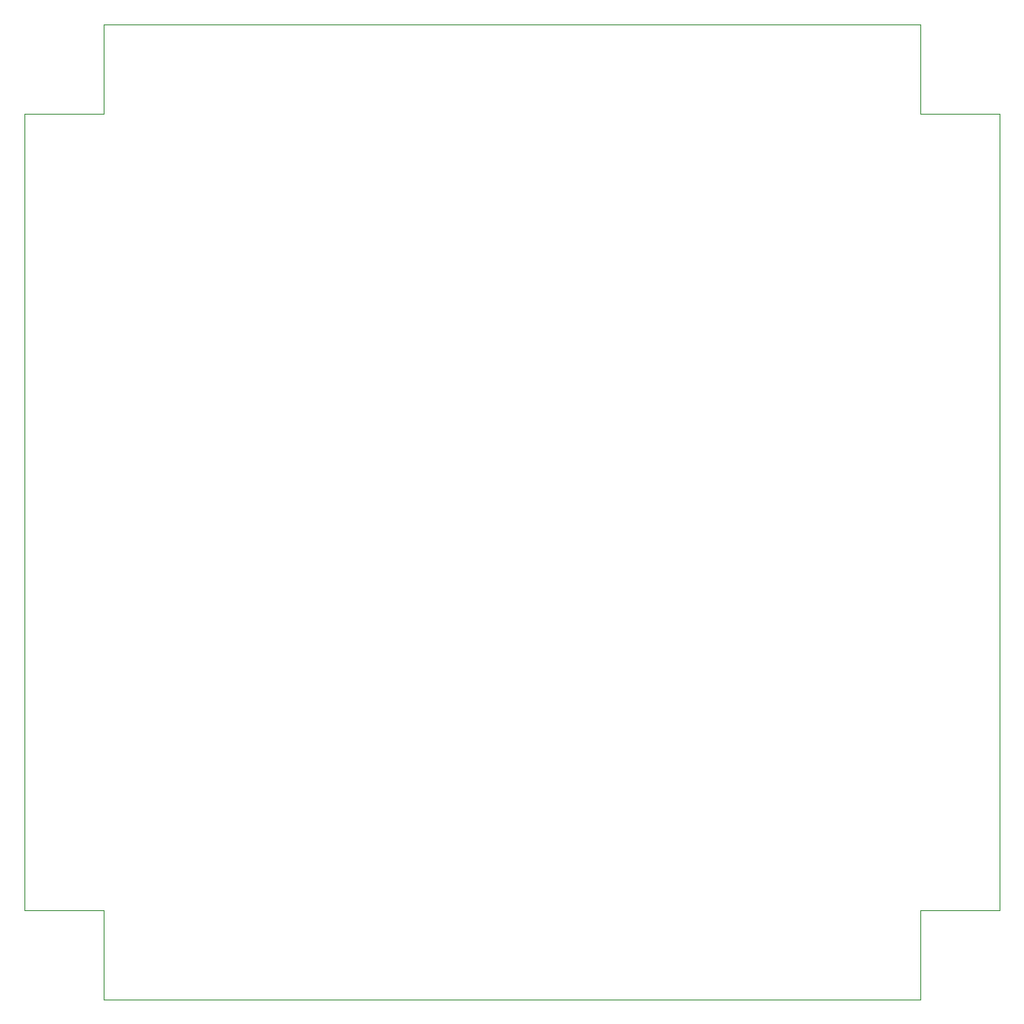
<source format=gbr>
G75*
G70*
%OFA0B0*%
%FSLAX24Y24*%
%IPPOS*%
%LPD*%
%AMOC8*
5,1,8,0,0,1.08239X$1,22.5*
%
%ADD10C,0.0000*%
D10*
X003315Y000504D02*
X035598Y000504D01*
X035598Y004047D01*
X038748Y004047D01*
X038748Y035543D01*
X035598Y035543D01*
X035598Y039087D01*
X003315Y039087D01*
X003315Y035543D01*
X000165Y035543D01*
X000165Y004047D01*
X003315Y004047D01*
X003315Y000504D01*
M02*

</source>
